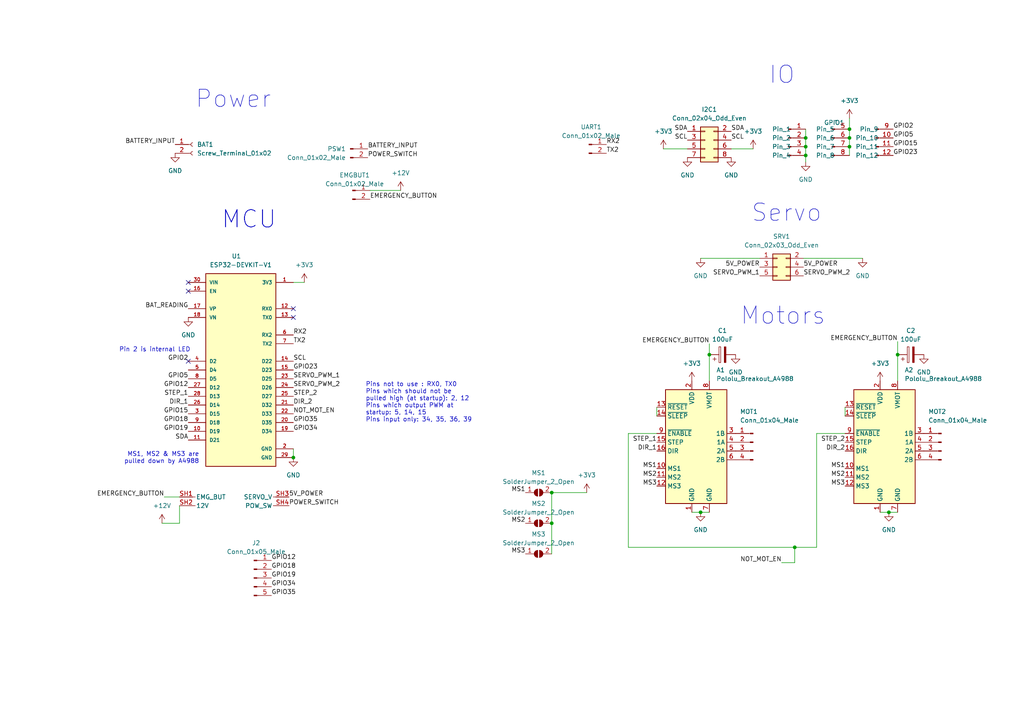
<source format=kicad_sch>
(kicad_sch (version 20230121) (generator eeschema)
  (paper "A4")
  (title_block (comment 1 "First version of stepper PAMI board (2023-10)"))
  (lib_symbols
    (symbol "Connector:Conn_01x02_Female" (pin_names (offset 1.016) hide)
      (property "Reference" "J" (at 0 2.54 0))
      (property "Value" "Conn_01x02_Female" (at 0 -5.08 0))
      (symbol "Conn_01x02_Female_1_1"
        (arc (start 0 -2.032) (mid -0.5058 -2.54) (end 0 -3.048) (stroke (width 0.1524)))
        (polyline (pts (xy -1.27 -2.54) (xy -0.508 -2.54)) (stroke (width 0.1524)))
        (polyline (pts (xy -1.27 0) (xy -0.508 0)) (stroke (width 0.1524)))
        (arc (start 0 0.508) (mid -0.5058 0) (end 0 -0.508) (stroke (width 0.1524)))
        (pin passive line (at -5.08 0 0) (length 3.81) (name "Pin_1") (number "1"))
        (pin passive line (at -5.08 -2.54 0) (length 3.81) (name "Pin_2") (number "2"))
      )
    )
    (symbol "Connector:Conn_01x02_Male" (pin_names (offset 1.016) hide)
      (property "Reference" "J" (at 0 2.54 0))
      (property "Value" "Conn_01x02_Male" (at 0 -5.08 0))
      (symbol "Conn_01x02_Male_1_1"
        (polyline (pts (xy 1.27 -2.54) (xy 0.8636 -2.54)) (stroke (width 0.1524)))
        (polyline (pts (xy 1.27 0) (xy 0.8636 0)) (stroke (width 0.1524)))
        (rectangle (start 0.8636 -2.413) (end 0 -2.667) (stroke (width 0.1524)) (fill (type outline)))
        (rectangle (start 0.8636 0.127) (end 0 -0.127) (stroke (width 0.1524)) (fill (type outline)))
        (pin passive line (at 5.08 0 180) (length 3.81) (name "Pin_1") (number "1"))
        (pin passive line (at 5.08 -2.54 180) (length 3.81) (name "Pin_2") (number "2"))
      )
    )
    (symbol "Connector:Conn_01x04_Male" (pin_names (offset 1.016) hide)
      (property "Reference" "J" (at 0 5.08 0))
      (property "Value" "Conn_01x04_Male" (at 0 -7.62 0))
      (symbol "Conn_01x04_Male_1_1"
        (polyline (pts (xy 1.27 -5.08) (xy 0.8636 -5.08)) (stroke (width 0.1524)))
        (polyline (pts (xy 1.27 -2.54) (xy 0.8636 -2.54)) (stroke (width 0.1524)))
        (polyline (pts (xy 1.27 0) (xy 0.8636 0)) (stroke (width 0.1524)))
        (polyline (pts (xy 1.27 2.54) (xy 0.8636 2.54)) (stroke (width 0.1524)))
        (rectangle (start 0.8636 -4.953) (end 0 -5.207) (stroke (width 0.1524)) (fill (type outline)))
        (rectangle (start 0.8636 -2.413) (end 0 -2.667) (stroke (width 0.1524)) (fill (type outline)))
        (rectangle (start 0.8636 0.127) (end 0 -0.127) (stroke (width 0.1524)) (fill (type outline)))
        (rectangle (start 0.8636 2.667) (end 0 2.413) (stroke (width 0.1524)) (fill (type outline)))
        (pin passive line (at 5.08 2.54 180) (length 3.81) (name "Pin_1") (number "1"))
        (pin passive line (at 5.08 0 180) (length 3.81) (name "Pin_2") (number "2"))
        (pin passive line (at 5.08 -2.54 180) (length 3.81) (name "Pin_3") (number "3"))
        (pin passive line (at 5.08 -5.08 180) (length 3.81) (name "Pin_4") (number "4"))
      )
    )
    (symbol "Connector:Conn_01x05_Male" (pin_names (offset 1.016) hide)
      (property "Reference" "J" (at 0 7.62 0))
      (property "Value" "Conn_01x05_Male" (at 0 -7.62 0))
      (symbol "Conn_01x05_Male_1_1"
        (polyline (pts (xy 1.27 -5.08) (xy 0.8636 -5.08)) (stroke (width 0.1524)))
        (polyline (pts (xy 1.27 -2.54) (xy 0.8636 -2.54)) (stroke (width 0.1524)))
        (polyline (pts (xy 1.27 0) (xy 0.8636 0)) (stroke (width 0.1524)))
        (polyline (pts (xy 1.27 2.54) (xy 0.8636 2.54)) (stroke (width 0.1524)))
        (polyline (pts (xy 1.27 5.08) (xy 0.8636 5.08)) (stroke (width 0.1524)))
        (rectangle (start 0.8636 -4.953) (end 0 -5.207) (stroke (width 0.1524)) (fill (type outline)))
        (rectangle (start 0.8636 -2.413) (end 0 -2.667) (stroke (width 0.1524)) (fill (type outline)))
        (rectangle (start 0.8636 0.127) (end 0 -0.127) (stroke (width 0.1524)) (fill (type outline)))
        (rectangle (start 0.8636 2.667) (end 0 2.413) (stroke (width 0.1524)) (fill (type outline)))
        (rectangle (start 0.8636 5.207) (end 0 4.953) (stroke (width 0.1524)) (fill (type outline)))
        (pin passive line (at 5.08 5.08 180) (length 3.81) (name "Pin_1") (number "1"))
        (pin passive line (at 5.08 2.54 180) (length 3.81) (name "Pin_2") (number "2"))
        (pin passive line (at 5.08 0 180) (length 3.81) (name "Pin_3") (number "3"))
        (pin passive line (at 5.08 -2.54 180) (length 3.81) (name "Pin_4") (number "4"))
        (pin passive line (at 5.08 -5.08 180) (length 3.81) (name "Pin_5") (number "5"))
      )
    )
    (symbol "Connector_Generic:Conn_02x03_Odd_Even" (pin_names (offset 1.016) hide)
      (property "Reference" "J" (at 1.27 5.08 0))
      (property "Value" "Conn_02x03_Odd_Even" (at 1.27 -5.08 0))
      (symbol "Conn_02x03_Odd_Even_1_1"
        (rectangle (start -1.27 -2.413) (end 0 -2.667) (stroke (width 0.1524)))
        (rectangle (start -1.27 0.127) (end 0 -0.127) (stroke (width 0.1524)))
        (rectangle (start -1.27 2.667) (end 0 2.413) (stroke (width 0.1524)))
        (rectangle (start -1.27 3.81) (end 3.81 -3.81) (stroke (width 0.254)) (fill (type background)))
        (rectangle (start 3.81 -2.413) (end 2.54 -2.667) (stroke (width 0.1524)))
        (rectangle (start 3.81 0.127) (end 2.54 -0.127) (stroke (width 0.1524)))
        (rectangle (start 3.81 2.667) (end 2.54 2.413) (stroke (width 0.1524)))
        (pin passive line (at -5.08 2.54 0) (length 3.81) (name "Pin_1") (number "1"))
        (pin passive line (at 7.62 2.54 180) (length 3.81) (name "Pin_2") (number "2"))
        (pin passive line (at -5.08 0 0) (length 3.81) (name "Pin_3") (number "3"))
        (pin passive line (at 7.62 0 180) (length 3.81) (name "Pin_4") (number "4"))
        (pin passive line (at -5.08 -2.54 0) (length 3.81) (name "Pin_5") (number "5"))
        (pin passive line (at 7.62 -2.54 180) (length 3.81) (name "Pin_6") (number "6"))
      )
    )
    (symbol "Connector_Generic:Conn_02x04_Odd_Even" (pin_names (offset 1.016) hide)
      (property "Reference" "J" (at 1.27 5.08 0))
      (property "Value" "Conn_02x04_Odd_Even" (at 1.27 -7.62 0))
      (symbol "Conn_02x04_Odd_Even_1_1"
        (rectangle (start -1.27 -4.953) (end 0 -5.207) (stroke (width 0.1524)))
        (rectangle (start -1.27 -2.413) (end 0 -2.667) (stroke (width 0.1524)))
        (rectangle (start -1.27 0.127) (end 0 -0.127) (stroke (width 0.1524)))
        (rectangle (start -1.27 2.667) (end 0 2.413) (stroke (width 0.1524)))
        (rectangle (start -1.27 3.81) (end 3.81 -6.35) (stroke (width 0.254)) (fill (type background)))
        (rectangle (start 3.81 -4.953) (end 2.54 -5.207) (stroke (width 0.1524)))
        (rectangle (start 3.81 -2.413) (end 2.54 -2.667) (stroke (width 0.1524)))
        (rectangle (start 3.81 0.127) (end 2.54 -0.127) (stroke (width 0.1524)))
        (rectangle (start 3.81 2.667) (end 2.54 2.413) (stroke (width 0.1524)))
        (pin passive line (at -5.08 2.54 0) (length 3.81) (name "Pin_1") (number "1"))
        (pin passive line (at 7.62 2.54 180) (length 3.81) (name "Pin_2") (number "2"))
        (pin passive line (at -5.08 0 0) (length 3.81) (name "Pin_3") (number "3"))
        (pin passive line (at 7.62 0 180) (length 3.81) (name "Pin_4") (number "4"))
        (pin passive line (at -5.08 -2.54 0) (length 3.81) (name "Pin_5") (number "5"))
        (pin passive line (at 7.62 -2.54 180) (length 3.81) (name "Pin_6") (number "6"))
        (pin passive line (at -5.08 -5.08 0) (length 3.81) (name "Pin_7") (number "7"))
        (pin passive line (at 7.62 -5.08 180) (length 3.81) (name "Pin_8") (number "8"))
      )
    )
    (symbol "Device:C_Polarized" (pin_numbers hide) (pin_names (offset 0.254))
      (property "Reference" "C" (at 0.635 2.54 0))
      (property "Value" "C_Polarized" (at 0.635 -2.54 0))
      (symbol "C_Polarized_0_1"
        (rectangle (start -2.286 0.508) (end 2.286 1.016))
        (polyline (pts (xy -1.778 2.286) (xy -0.762 2.286)))
        (polyline (pts (xy -1.27 2.794) (xy -1.27 1.778)))
        (rectangle (start 2.286 -0.508) (end -2.286 -1.016) (fill (type outline)))
      )
      (symbol "C_Polarized_1_1"
        (pin passive line (at 0 3.81 270) (length 2.794) (name "~") (number "1"))
        (pin passive line (at 0 -3.81 90) (length 2.794) (name "~") (number "2"))
      )
    )
    (symbol "Driver_Motor:Pololu_Breakout_A4988"
      (property "Reference" "A" (at -2.54 19.05 0))
      (property "Value" "Pololu_Breakout_A4988" (at -2.54 16.51 0))
      (symbol "Pololu_Breakout_A4988_0_1"
        (rectangle (start 10.16 -17.78) (end -7.62 15.24) (stroke (width 0.254)) (fill (type background)))
      )
      (symbol "Pololu_Breakout_A4988_1_1"
        (pin power_in line (at 0 -20.32 90) (length 2.54) (name "GND") (number "1"))
        (pin input line (at -10.16 -7.62 0) (length 2.54) (name "MS1") (number "10"))
        (pin input line (at -10.16 -10.16 0) (length 2.54) (name "MS2") (number "11"))
        (pin input line (at -10.16 -12.7 0) (length 2.54) (name "MS3") (number "12"))
        (pin input line (at -10.16 10.16 0) (length 2.54) (name "~{RESET}") (number "13"))
        (pin input line (at -10.16 7.62 0) (length 2.54) (name "~{SLEEP}") (number "14"))
        (pin input line (at -10.16 0 0) (length 2.54) (name "STEP") (number "15"))
        (pin input line (at -10.16 -2.54 0) (length 2.54) (name "DIR") (number "16"))
        (pin power_in line (at 0 17.78 270) (length 2.54) (name "VDD") (number "2"))
        (pin output line (at 12.7 2.54 180) (length 2.54) (name "1B") (number "3"))
        (pin output line (at 12.7 0 180) (length 2.54) (name "1A") (number "4"))
        (pin output line (at 12.7 -2.54 180) (length 2.54) (name "2A") (number "5"))
        (pin output line (at 12.7 -5.08 180) (length 2.54) (name "2B") (number "6"))
        (pin power_in line (at 5.08 -20.32 90) (length 2.54) (name "GND") (number "7"))
        (pin power_in line (at 5.08 17.78 270) (length 2.54) (name "VMOT") (number "8"))
        (pin input line (at -10.16 2.54 0) (length 2.54) (name "~{ENABLE}") (number "9"))
      )
    )
    (symbol "Jumper:SolderJumper_2_Open" (pin_names (offset 0) hide)
      (property "Reference" "JP" (at 0 2.032 0))
      (property "Value" "SolderJumper_2_Open" (at 0 -2.54 0))
      (symbol "SolderJumper_2_Open_0_1"
        (arc (start -0.254 1.016) (mid -1.2656 0) (end -0.254 -1.016))
        (arc (start -0.254 1.016) (mid -1.2656 0) (end -0.254 -1.016) (fill (type outline)))
        (polyline (pts (xy -0.254 1.016) (xy -0.254 -1.016)))
        (polyline (pts (xy 0.254 1.016) (xy 0.254 -1.016)))
        (arc (start 0.254 -1.016) (mid 1.2656 0) (end 0.254 1.016))
        (arc (start 0.254 -1.016) (mid 1.2656 0) (end 0.254 1.016) (fill (type outline)))
      )
      (symbol "SolderJumper_2_Open_1_1"
        (pin passive line (at -3.81 0 0) (length 2.54) (name "A") (number "1"))
        (pin passive line (at 3.81 0 180) (length 2.54) (name "B") (number "2"))
      )
    )
    (symbol "MiAM_ESP32:Conn_03x04_Male"
      (property "Reference" "J" (at 0 0 0))
      (symbol "Conn_03x04_Male_1_1"
        (rectangle (start -13.1064 -10.033) (end -13.97 -10.287) (stroke (width 0.1524)) (fill (type outline)))
        (rectangle (start -13.1064 -7.493) (end -13.97 -7.747) (stroke (width 0.1524)) (fill (type outline)))
        (rectangle (start -13.1064 -4.953) (end -13.97 -5.207) (stroke (width 0.1524)) (fill (type outline)))
        (rectangle (start -13.1064 -2.413) (end -13.97 -2.667) (stroke (width 0.1524)) (fill (type outline)))
        (rectangle (start -0.4064 -10.033) (end -1.27 -10.287) (stroke (width 0.1524)) (fill (type outline)))
        (rectangle (start -0.4064 -7.493) (end -1.27 -7.747) (stroke (width 0.1524)) (fill (type outline)))
        (rectangle (start -0.4064 -4.953) (end -1.27 -5.207) (stroke (width 0.1524)) (fill (type outline)))
        (rectangle (start -0.4064 -2.413) (end -1.27 -2.667) (stroke (width 0.1524)) (fill (type outline)))
        (polyline (pts (xy -12.7 -10.16) (xy -13.1064 -10.16)) (stroke (width 0.1524)))
        (polyline (pts (xy -12.7 -7.62) (xy -13.1064 -7.62)) (stroke (width 0.1524)))
        (polyline (pts (xy -12.7 -5.08) (xy -13.1064 -5.08)) (stroke (width 0.1524)))
        (polyline (pts (xy -12.7 -2.54) (xy -13.1064 -2.54)) (stroke (width 0.1524)))
        (polyline (pts (xy 0 -10.16) (xy -0.4064 -10.16)) (stroke (width 0.1524)))
        (polyline (pts (xy 0 -7.62) (xy -0.4064 -7.62)) (stroke (width 0.1524)))
        (polyline (pts (xy 0 -5.08) (xy -0.4064 -5.08)) (stroke (width 0.1524)))
        (polyline (pts (xy 0 -2.54) (xy -0.4064 -2.54)) (stroke (width 0.1524)))
        (polyline (pts (xy 12.7 -10.16) (xy 12.2936 -10.16)) (stroke (width 0.1524)))
        (polyline (pts (xy 12.7 -7.62) (xy 12.2936 -7.62)) (stroke (width 0.1524)))
        (polyline (pts (xy 12.7 -5.08) (xy 12.2936 -5.08)) (stroke (width 0.1524)))
        (polyline (pts (xy 12.7 -2.54) (xy 12.2936 -2.54)) (stroke (width 0.1524)))
        (rectangle (start 12.2936 -10.033) (end 11.43 -10.287) (stroke (width 0.1524)) (fill (type outline)))
        (rectangle (start 12.2936 -7.493) (end 11.43 -7.747) (stroke (width 0.1524)) (fill (type outline)))
        (rectangle (start 12.2936 -4.953) (end 11.43 -5.207) (stroke (width 0.1524)) (fill (type outline)))
        (rectangle (start 12.2936 -2.413) (end 11.43 -2.667) (stroke (width 0.1524)) (fill (type outline)))
        (pin passive line (at -8.89 -2.54 180) (length 3.81) (name "Pin_1") (number "1"))
        (pin passive line (at 16.51 -5.08 180) (length 3.81) (name "Pin_10") (number "10"))
        (pin passive line (at 16.51 -7.62 180) (length 3.81) (name "Pin_11") (number "11"))
        (pin passive line (at 16.51 -10.16 180) (length 3.81) (name "Pin_12") (number "12"))
        (pin passive line (at -8.89 -5.08 180) (length 3.81) (name "Pin_2") (number "2"))
        (pin passive line (at -8.89 -7.62 180) (length 3.81) (name "Pin_3") (number "3"))
        (pin passive line (at -8.89 -10.16 180) (length 3.81) (name "Pin_4") (number "4"))
        (pin passive line (at 3.81 -2.54 180) (length 3.81) (name "Pin_5") (number "5"))
        (pin passive line (at 3.81 -5.08 180) (length 3.81) (name "Pin_6") (number "6"))
        (pin passive line (at 3.81 -7.62 180) (length 3.81) (name "Pin_7") (number "7"))
        (pin passive line (at 3.81 -10.16 180) (length 3.81) (name "Pin_8") (number "8"))
        (pin passive line (at 16.51 -2.54 180) (length 3.81) (name "Pin_9") (number "9"))
      )
    )
    (symbol "MiAM_ESP32:ESP32-DEVKIT-V1-ShieldPattern" (pin_names (offset 1.016))
      (property "Reference" "U" (at -10.16 30.48 0))
      (property "Value" "ESP32-DEVKIT-V1" (at -10.16 -30.48 0))
      (symbol "ESP32-DEVKIT-V1-ShieldPattern_0_0"
        (rectangle (start -10.16 -27.94) (end 10.16 27.94) (stroke (width 0.254)) (fill (type background)))
        (pin output line (at 15.24 25.4 180) (length 5.08) (name "3V3") (number "1"))
        (pin bidirectional line (at -15.24 -17.78 0) (length 5.08) (name "D19") (number "10"))
        (pin bidirectional line (at -15.24 -20.32 0) (length 5.08) (name "D21") (number "11"))
        (pin input line (at 15.24 17.78 180) (length 5.08) (name "RX0") (number "12"))
        (pin output line (at 15.24 15.24 180) (length 5.08) (name "TX0") (number "13"))
        (pin bidirectional line (at 15.24 2.54 180) (length 5.08) (name "D22") (number "14"))
        (pin bidirectional line (at 15.24 0 180) (length 5.08) (name "D23") (number "15"))
        (pin input line (at -15.24 22.86 0) (length 5.08) (name "EN") (number "16"))
        (pin bidirectional line (at -15.24 17.78 0) (length 5.08) (name "VP") (number "17"))
        (pin bidirectional line (at -15.24 15.24 0) (length 5.08) (name "VN") (number "18"))
        (pin bidirectional line (at 15.24 -17.78 180) (length 5.08) (name "D34") (number "19"))
        (pin power_in line (at 15.24 -22.86 180) (length 5.08) (name "GND") (number "2"))
        (pin bidirectional line (at 15.24 -15.24 180) (length 5.08) (name "D35") (number "20"))
        (pin bidirectional line (at 15.24 -10.16 180) (length 5.08) (name "D32") (number "21"))
        (pin bidirectional line (at 15.24 -12.7 180) (length 5.08) (name "D33") (number "22"))
        (pin bidirectional line (at 15.24 -2.54 180) (length 5.08) (name "D25") (number "23"))
        (pin bidirectional line (at 15.24 -5.08 180) (length 5.08) (name "D26") (number "24"))
        (pin bidirectional line (at 15.24 -7.62 180) (length 5.08) (name "D27") (number "25"))
        (pin bidirectional line (at -15.24 -10.16 0) (length 5.08) (name "D14") (number "26"))
        (pin bidirectional line (at -15.24 -5.08 0) (length 5.08) (name "D12") (number "27"))
        (pin bidirectional line (at -15.24 -7.62 0) (length 5.08) (name "D13") (number "28"))
        (pin power_in line (at 15.24 -25.4 180) (length 5.08) (name "GND") (number "29"))
        (pin bidirectional line (at -15.24 -12.7 0) (length 5.08) (name "D15") (number "3"))
        (pin input line (at -15.24 25.4 0) (length 5.08) (name "VIN") (number "30"))
        (pin bidirectional line (at -15.24 2.54 0) (length 5.08) (name "D2") (number "4"))
        (pin bidirectional line (at -15.24 0 0) (length 5.08) (name "D4") (number "5"))
        (pin input line (at 15.24 10.16 180) (length 5.08) (name "RX2") (number "6"))
        (pin output line (at 15.24 7.62 180) (length 5.08) (name "TX2") (number "7"))
        (pin bidirectional line (at -15.24 -2.54 0) (length 5.08) (name "D5") (number "8"))
        (pin bidirectional line (at -15.24 -15.24 0) (length 5.08) (name "D18") (number "9"))
      )
      (symbol "ESP32-DEVKIT-V1-ShieldPattern_1_1"
        (polyline (pts (xy -13.97 -39.37) (xy -13.208 -39.37)) (stroke (width 0.1524)))
        (polyline (pts (xy -13.97 -36.83) (xy -13.208 -36.83)) (stroke (width 0.1524)))
        (polyline (pts (xy 10.16 -39.37) (xy 9.398 -39.37)) (stroke (width 0.1524)))
        (polyline (pts (xy 10.16 -36.83) (xy 9.398 -36.83)) (stroke (width 0.1524)))
        (pin passive line (at -17.78 -36.83 0) (length 3.81) (name "EMG_BUT") (number "SH1"))
        (pin passive line (at -17.78 -39.37 0) (length 3.81) (name "12V") (number "SH2"))
        (pin passive line (at 13.97 -36.83 180) (length 3.81) (name "SERVO_V") (number "SH3"))
        (pin passive line (at 13.97 -39.37 180) (length 3.81) (name "POW_SW") (number "SH4"))
      )
    )
    (symbol "power:+12V" (power) (pin_names (offset 0))
      (property "Value" "+12V" (at 0 3.556 0))
      (symbol "+12V_0_1"
        (polyline (pts (xy -0.762 1.27) (xy 0 2.54)))
        (polyline (pts (xy 0 0) (xy 0 2.54)))
        (polyline (pts (xy 0 2.54) (xy 0.762 1.27)))
      )
      (symbol "+12V_1_1"
        (pin power_in line (at 0 0 90) (length 0) hide (name "+12V") (number "1"))
      )
    )
    (symbol "power:+3V3" (power) (pin_names (offset 0))
      (property "Value" "+3V3" (at 0 3.556 0))
      (symbol "+3V3_0_1"
        (polyline (pts (xy -0.762 1.27) (xy 0 2.54)))
        (polyline (pts (xy 0 0) (xy 0 2.54)))
        (polyline (pts (xy 0 2.54) (xy 0.762 1.27)))
      )
      (symbol "+3V3_1_1"
        (pin power_in line (at 0 0 90) (length 0) hide (name "+3V3") (number "1"))
      )
    )
    (symbol "power:GND" (power) (pin_names (offset 0))
      (property "Value" "GND" (at 0 -3.81 0))
      (symbol "GND_0_1"
        (polyline (pts (xy 0 0) (xy 0 -1.27) (xy 1.27 -1.27) (xy 0 -2.54) (xy -1.27 -1.27) (xy 0 -1.27)))
      )
      (symbol "GND_1_1"
        (pin power_in line (at 0 0 270) (length 0) hide (name "GND") (number "1"))
      )
    )
  )
  (junction (at 246.38 40.005))
  (junction (at 260.35 102.87))
  (junction (at 85.09 132.715))
  (junction (at 233.68 40.005))
  (junction (at 233.68 45.085))
  (junction (at 203.2 148.59))
  (junction (at 246.38 42.545))
  (junction (at 160.02 142.875))
  (junction (at 257.81 148.59))
  (junction (at 160.02 151.765))
  (junction (at 230.505 158.75))
  (junction (at 205.74 102.87))
  (junction (at 246.38 37.465))
  (junction (at 233.68 42.545))
  (no_connect (at 54.61 104.775))
  (no_connect (at 54.61 84.455))
  (no_connect (at 85.09 89.535))
  (no_connect (at 85.09 92.075))
  (no_connect (at 54.61 81.915))
  (wire (pts (xy 52.07 146.685) (xy 52.07 151.765)))
  (wire (pts (xy 246.38 40.005) (xy 246.38 42.545)))
  (wire (pts (xy 203.2 148.59) (xy 205.74 148.59)))
  (wire (pts (xy 47.625 144.145) (xy 52.07 144.145)))
  (wire (pts (xy 260.35 102.87) (xy 260.35 110.49)))
  (wire (pts (xy 212.09 43.18) (xy 218.44 43.18)))
  (wire (pts (xy 192.405 43.18) (xy 199.39 43.18)))
  (wire (pts (xy 246.38 37.465) (xy 246.38 40.005)))
  (wire (pts (xy 182.245 125.73) (xy 182.245 158.75)))
  (wire (pts (xy 190.5 120.65) (xy 190.5 118.11)))
  (wire (pts (xy 52.07 151.765) (xy 46.99 151.765)))
  (wire (pts (xy 203.2 74.93) (xy 220.345 74.93)))
  (wire (pts (xy 233.68 40.005) (xy 233.68 42.545)))
  (wire (pts (xy 160.02 142.875) (xy 170.18 142.875)))
  (wire (pts (xy 245.11 120.65) (xy 245.11 118.11)))
  (wire (pts (xy 160.02 142.875) (xy 160.02 151.765)))
  (wire (pts (xy 160.02 151.765) (xy 160.02 160.655)))
  (wire (pts (xy 230.505 158.75) (xy 230.505 163.195)))
  (wire (pts (xy 226.695 163.195) (xy 230.505 163.195)))
  (wire (pts (xy 233.68 45.085) (xy 233.68 46.99)))
  (wire (pts (xy 85.09 130.175) (xy 85.09 132.715)))
  (wire (pts (xy 205.74 102.87) (xy 205.74 110.49)))
  (wire (pts (xy 236.855 158.75) (xy 230.505 158.75)))
  (wire (pts (xy 257.81 148.59) (xy 260.35 148.59)))
  (wire (pts (xy 190.5 125.73) (xy 182.245 125.73)))
  (wire (pts (xy 260.35 99.06) (xy 260.35 102.87)))
  (wire (pts (xy 205.74 99.695) (xy 205.74 102.87)))
  (wire (pts (xy 200.66 148.59) (xy 203.2 148.59)))
  (wire (pts (xy 233.68 37.465) (xy 233.68 40.005)))
  (wire (pts (xy 107.315 55.245) (xy 116.205 55.245)))
  (wire (pts (xy 85.09 81.915) (xy 88.265 81.915)))
  (wire (pts (xy 246.38 42.545) (xy 246.38 45.085)))
  (wire (pts (xy 233.045 74.93) (xy 250.19 74.93)))
  (wire (pts (xy 233.68 42.545) (xy 233.68 45.085)))
  (wire (pts (xy 245.11 125.73) (xy 236.855 125.73)))
  (wire (pts (xy 246.38 34.29) (xy 246.38 37.465)))
  (wire (pts (xy 255.27 148.59) (xy 257.81 148.59)))
  (wire (pts (xy 182.245 158.75) (xy 230.505 158.75)))
  (wire (pts (xy 236.855 125.73) (xy 236.855 158.75)))
  (text "MCU" (at 64.135 66.675 0) (effects (font (size 5 5)) (justify left bottom)))
  (text "Power" (at 56.515 31.75 0) (effects (font (size 5 5)) (justify left bottom)))
  (text "MCU" (at 64.135 66.675 0) (effects (font (size 5 5)) (justify left bottom)))
  (text "IO" (at 222.885 24.765 0) (effects (font (size 5 5)) (justify left bottom)))
  (text "Servo" (at 217.805 64.77 0) (effects (font (size 5 5)) (justify left bottom)))
  (text "MCU" (at 64.135 66.675 0) (effects (font (size 5 5)) (justify left bottom)))
  (text "Motors" (at 214.63 94.615 0) (effects (font (size 5 5)) (justify left bottom)))
  (text "Pins not to use : RX0, TX0\nPins which should not be \npulled high (at startup): 2, 12\nPins which output PWM at\nstartup: 5, 14, 15\nPins input only: 34, 35, 36, 39" (at 106.045 122.555 0) (effects (font (size 1.27 1.27)) (justify left bottom)))
  (text "MS1, MS2 & MS3 are\npulled down by A4988" (at 57.785 134.62 0) (effects (font (size 1.27 1.27)) (justify right bottom)))
  (text "Pin 2 is internal LED" (at 55.245 102.235 0) (effects (font (size 1.27 1.27)) (justify right bottom)))
  (label "TX2" (at 175.895 44.45 0))
  (label "GPIO5" (at 259.08 40.005 0))
  (label "BATTERY_INPUT" (at 50.8 41.91 180))
  (label "5V_POWER" (at 83.82 144.145 0))
  (label "POWER_SWITCH" (at 83.82 146.685 0))
  (label "BAT_READING" (at 54.61 89.535 180))
  (label "DIR_1" (at 54.61 117.475 180))
  (label "STEP_1" (at 190.5 128.27 180))
  (label "SDA" (at 199.39 38.1 180))
  (label "MS2" (at 190.5 138.43 180))
  (label "GPIO15" (at 259.08 42.545 0))
  (label "MS2" (at 245.11 138.43 180))
  (label "GPIO35" (at 78.74 172.72 0))
  (label "RX2" (at 85.09 97.155 0))
  (label "SERVO_PWM_1" (at 220.345 80.01 180))
  (label "SERVO_PWM_2" (at 233.045 80.01 0))
  (label "POWER_SWITCH" (at 106.68 45.72 0))
  (label "MS2" (at 152.4 151.765 180))
  (label "RX2" (at 175.895 41.91 0))
  (label "SCL" (at 85.09 104.775 0))
  (label "SERVO_PWM_1" (at 85.09 109.855 0))
  (label "DIR_1" (at 190.5 130.81 180))
  (label "EMERGENCY_BUTTON" (at 205.74 99.695 180))
  (label "GPIO2" (at 259.08 37.465 0))
  (label "5V_POWER" (at 220.345 77.47 180))
  (label "SERVO_PWM_2" (at 85.09 112.395 0))
  (label "GPIO23" (at 259.08 45.085 0))
  (label "MS1" (at 152.4 142.875 180))
  (label "SDA" (at 212.09 38.1 0))
  (label "MS3" (at 190.5 140.97 180))
  (label "MS3" (at 245.11 140.97 180))
  (label "EMERGENCY_BUTTON" (at 107.315 57.785 0))
  (label "MS3" (at 152.4 160.655 180))
  (label "GPIO18" (at 54.61 122.555 180))
  (label "GPIO15" (at 54.61 120.015 180))
  (label "NOT_MOT_EN" (at 85.09 120.015 0))
  (label "GPIO34" (at 85.09 125.095 0))
  (label "TX2" (at 85.09 99.695 0))
  (label "GPIO2" (at 54.61 104.775 180))
  (label "SCL" (at 212.09 40.64 0))
  (label "GPIO19" (at 54.61 125.095 180))
  (label "DIR_2" (at 245.11 130.81 180))
  (label "STEP_2" (at 245.11 128.27 180))
  (label "STEP_1" (at 54.61 114.935 180))
  (label "GPIO12" (at 78.74 162.56 0))
  (label "MS1" (at 190.5 135.89 180))
  (label "EMERGENCY_BUTTON" (at 47.625 144.145 180))
  (label "GPIO19" (at 78.74 167.64 0))
  (label "SDA" (at 54.61 127.635 180))
  (label "GPIO18" (at 78.74 165.1 0))
  (label "SCL" (at 199.39 40.64 180))
  (label "MS1" (at 245.11 135.89 180))
  (label "GPIO5" (at 54.61 109.855 180))
  (label "DIR_2" (at 85.09 117.475 0))
  (label "5V_POWER" (at 233.045 77.47 0))
  (label "BATTERY_INPUT" (at 106.68 43.18 0))
  (label "EMERGENCY_BUTTON" (at 260.35 99.06 180))
  (label "GPIO12" (at 54.61 112.395 180))
  (label "GPIO35" (at 85.09 122.555 0))
  (label "STEP_2" (at 85.09 114.935 0))
  (label "GPIO34" (at 78.74 170.18 0))
  (label "GPIO23" (at 85.09 107.315 0))
  (label "NOT_MOT_EN" (at 226.695 163.195 180))
  (symbol (lib_id "Driver_Motor:Pololu_Breakout_A4988") (at 255.27 128.27 0) (unit 1)
    (property "Reference" "A2" (at 262.3694 107.315 0) (effects (justify left)))
    (property "Value" "Pololu_Breakout_A4988" (at 262.3694 109.855 0) (effects (justify left)))
    (property "Footprint" "Module:Pololu_Breakout-16_15.2x20.3mm" (effects hide))
    (property "Datasheet" "https://www.pololu.com/product/2980/pictures" (effects hide))
  )
  (symbol (lib_id "power:+3V3") (at 192.405 43.18 0) (unit 1)
    (property "Reference" "#PWR03" (effects hide))
    (property "Value" "+3V3" (at 192.405 38.1 0))
  )
  (symbol (lib_id "power:+3V3") (at 246.38 34.29 0) (unit 1)
    (property "Reference" "#PWR017" (effects hide))
    (property "Value" "+3V3" (at 246.38 29.21 0))
  )
  (symbol (lib_id "power:GND") (at 54.61 92.075 0) (unit 1)
    (property "Reference" "#PWR07" (effects hide))
    (property "Value" "GND" (at 54.61 97.155 0))
  )
  (symbol (lib_id "power:GND") (at 203.2 74.93 0) (unit 1)
    (property "Reference" "#PWR019" (effects hide))
    (property "Value" "GND" (at 203.2 80.01 0))
  )
  (symbol (lib_id "Connector:Conn_01x04_Male") (at 218.44 128.27 0) (mirror y) (unit 1)
    (property "Reference" "MOT1" (at 214.63 119.38 0) (effects (justify right)))
    (property "Value" "Conn_01x04_Male" (at 214.63 121.92 0) (effects (justify right)))
    (property "Footprint" "Connector_PinHeader_2.54mm:PinHeader_1x04_P2.54mm_Vertical" (effects hide))
  )
  (symbol (lib_id "power:GND") (at 212.09 45.72 0) (unit 1)
    (property "Reference" "#PWR022" (effects hide))
    (property "Value" "GND" (at 212.09 50.8 0))
  )
  (symbol (lib_id "Connector:Conn_01x05_Male") (at 73.66 167.64 0) (unit 1)
    (property "Reference" "J2" (at 74.295 157.48 0))
    (property "Value" "Conn_01x05_Male" (at 74.295 160.02 0))
    (property "Footprint" "Connector_PinHeader_2.54mm:PinHeader_1x05_P2.54mm_Vertical" (effects hide))
  )
  (symbol (lib_id "Connector:Conn_01x02_Male") (at 102.235 55.245 0) (unit 1)
    (property "Reference" "EMGBUT1" (at 102.87 50.8 0))
    (property "Value" "Conn_01x02_Male" (at 102.87 53.34 0))
    (property "Footprint" "Connector_PinHeader_2.54mm:PinHeader_1x02_P2.54mm_Vertical" (effects hide))
  )
  (symbol (lib_id "power:+12V") (at 46.99 151.765 0) (unit 1)
    (property "Reference" "#PWR01" (effects hide))
    (property "Value" "+12V" (at 46.99 146.685 0))
  )
  (symbol (lib_id "power:+3V3") (at 255.27 110.49 0) (unit 1)
    (property "Reference" "#PWR030" (effects hide))
    (property "Value" "+3V3" (at 255.27 105.41 0))
  )
  (symbol (lib_id "power:GND") (at 203.2 148.59 0) (unit 1)
    (property "Reference" "#PWR027" (effects hide))
    (property "Value" "GND" (at 203.2 153.67 0))
  )
  (symbol (lib_id "power:GND") (at 267.97 102.87 0) (unit 1)
    (property "Reference" "#PWR032" (effects hide))
    (property "Value" "GND" (at 267.97 107.95 0))
  )
  (symbol (lib_id "Connector_Generic:Conn_02x03_Odd_Even") (at 225.425 77.47 0) (unit 1)
    (property "Reference" "SRV1" (at 226.695 68.58 0))
    (property "Value" "Conn_02x03_Odd_Even" (at 226.695 71.12 0))
    (property "Footprint" "Connector_PinHeader_2.54mm:PinHeader_2x03_P2.54mm_Vertical" (effects hide))
  )
  (symbol (lib_id "power:+3V3") (at 218.44 43.18 0) (unit 1)
    (property "Reference" "#PWR02" (effects hide))
    (property "Value" "+3V3" (at 218.44 38.1 0))
  )
  (symbol (lib_id "power:+12V") (at 116.205 55.245 0) (unit 1)
    (property "Reference" "#PWR018" (effects hide))
    (property "Value" "+12V" (at 116.205 50.165 0))
  )
  (symbol (lib_id "MiAM_ESP32:ESP32-DEVKIT-V1-ShieldPattern") (at 69.85 107.315 0) (unit 1)
    (property "Reference" "U1" (at 68.58 74.295 0))
    (property "Value" "ESP32-DEVKIT-V1" (at 69.85 76.835 0))
    (property "Footprint" "MiAM_ESP32_Footprints:ESP32_ShieldPattern" (effects hide))
    (property "PARTREV" "N/A" (effects hide))
    (property "STANDARD" "Manufacturer Recommendations" (effects hide))
    (property "MAXIMUM_PACKAGE_HEIGHT" "6.8 mm" (effects hide))
    (property "MANUFACTURER" "DOIT" (effects hide))
  )
  (symbol (lib_id "MiAM_ESP32:Conn_03x04_Male") (at 242.57 34.925 0) (unit 1)
    (property "Reference" "GPIO1" (at 241.935 35.56 0))
    (property "Value" "~" (at 242.57 34.925 0))
    (property "Footprint" "MiAM_ESP32_Footprints:PinHeader_3x4_P2.54mm_Vertical" (effects hide))
  )
  (symbol (lib_id "power:GND") (at 199.39 45.72 0) (unit 1)
    (property "Reference" "#PWR021" (effects hide))
    (property "Value" "GND" (at 199.39 50.8 0))
  )
  (symbol (lib_id "power:+3V3") (at 170.18 142.875 0) (unit 1)
    (property "Reference" "#PWR04" (effects hide))
    (property "Value" "+3V3" (at 170.18 137.795 0))
  )
  (symbol (lib_id "Connector:Conn_01x02_Female") (at 55.88 41.91 0) (unit 1)
    (property "Reference" "BAT1" (at 57.15 41.91 0) (effects (justify left)))
    (property "Value" "Screw_Terminal_01x02" (at 57.15 44.45 0) (effects (justify left)))
    (property "Footprint" "Connector_JST:JST_PH_B2B-PH-K_1x02_P2.00mm_Vertical" (effects hide))
  )
  (symbol (lib_id "Driver_Motor:Pololu_Breakout_A4988") (at 200.66 128.27 0) (unit 1)
    (property "Reference" "A1" (at 207.7594 107.315 0) (effects (justify left)))
    (property "Value" "Pololu_Breakout_A4988" (at 207.7594 109.855 0) (effects (justify left)))
    (property "Footprint" "Module:Pololu_Breakout-16_15.2x20.3mm" (effects hide))
    (property "Datasheet" "https://www.pololu.com/product/2980/pictures" (effects hide))
  )
  (symbol (lib_id "Connector:Conn_01x02_Male") (at 170.815 41.91 0) (unit 1)
    (property "Reference" "UART1" (at 171.45 36.83 0))
    (property "Value" "Conn_01x02_Male" (at 171.45 39.37 0))
    (property "Footprint" "Connector_PinHeader_2.54mm:PinHeader_1x02_P2.54mm_Vertical" (effects hide))
  )
  (symbol (lib_id "power:+3V3") (at 200.66 110.49 0) (unit 1)
    (property "Reference" "#PWR026" (effects hide))
    (property "Value" "+3V3" (at 200.66 105.41 0))
  )
  (symbol (lib_id "Jumper:SolderJumper_2_Open") (at 156.21 142.875 0) (unit 1)
    (property "Reference" "MS1" (at 156.21 137.16 0))
    (property "Value" "SolderJumper_2_Open" (at 156.21 139.7 0))
    (property "Footprint" "Jumper:SolderJumper-2_P1.3mm_Open_RoundedPad1.0x1.5mm" (effects hide))
  )
  (symbol (lib_id "Jumper:SolderJumper_2_Open") (at 156.21 160.655 0) (unit 1)
    (property "Reference" "MS3" (at 156.21 154.94 0))
    (property "Value" "SolderJumper_2_Open" (at 156.21 157.48 0))
    (property "Footprint" "Jumper:SolderJumper-2_P1.3mm_Open_RoundedPad1.0x1.5mm" (effects hide))
  )
  (symbol (lib_id "power:+3V3") (at 88.265 81.915 0) (unit 1)
    (property "Reference" "#PWR023" (effects hide))
    (property "Value" "+3V3" (at 88.265 76.835 0))
  )
  (symbol (lib_id "power:GND") (at 213.36 102.87 0) (unit 1)
    (property "Reference" "#PWR028" (effects hide))
    (property "Value" "GND" (at 213.36 107.95 0))
  )
  (symbol (lib_id "power:GND") (at 85.09 132.715 0) (unit 1)
    (property "Reference" "#PWR08" (effects hide))
    (property "Value" "GND" (at 85.09 137.795 0))
  )
  (symbol (lib_id "Connector_Generic:Conn_02x04_Odd_Even") (at 204.47 40.64 0) (unit 1)
    (property "Reference" "I2C1" (at 205.74 31.75 0))
    (property "Value" "Conn_02x04_Odd_Even" (at 205.74 34.29 0))
    (property "Footprint" "Connector_PinHeader_2.54mm:PinHeader_2x04_P2.54mm_Vertical" (effects hide))
  )
  (symbol (lib_id "Connector:Conn_01x02_Male") (at 101.6 43.18 0) (unit 1)
    (property "Reference" "PSW1" (at 100.33 43.1799 0) (effects (justify right)))
    (property "Value" "Conn_01x02_Male" (at 100.33 45.7199 0) (effects (justify right)))
    (property "Footprint" "Connector_PinHeader_2.54mm:PinHeader_1x02_P2.54mm_Vertical" (effects hide))
  )
  (symbol (lib_id "Connector:Conn_01x04_Male") (at 273.05 128.27 0) (mirror y) (unit 1)
    (property "Reference" "MOT2" (at 269.24 119.38 0) (effects (justify right)))
    (property "Value" "Conn_01x04_Male" (at 269.24 121.92 0) (effects (justify right)))
    (property "Footprint" "Connector_PinHeader_2.54mm:PinHeader_1x04_P2.54mm_Vertical" (effects hide))
  )
  (symbol (lib_id "Jumper:SolderJumper_2_Open") (at 156.21 151.765 0) (unit 1)
    (property "Reference" "MS2" (at 156.21 146.05 0))
    (property "Value" "SolderJumper_2_Open" (at 156.21 148.59 0))
    (property "Footprint" "Jumper:SolderJumper-2_P1.3mm_Open_RoundedPad1.0x1.5mm" (effects hide))
  )
  (symbol (lib_id "power:GND") (at 233.68 46.99 0) (unit 1)
    (property "Reference" "#PWR016" (effects hide))
    (property "Value" "GND" (at 233.68 52.07 0))
  )
  (symbol (lib_id "power:GND") (at 250.19 74.93 0) (unit 1)
    (property "Reference" "#PWR020" (effects hide))
    (property "Value" "GND" (at 250.19 80.01 0))
  )
  (symbol (lib_id "Device:C_Polarized") (at 209.55 102.87 90) (unit 1)
    (property "Reference" "C1" (at 209.55 95.885 90))
    (property "Value" "100uF" (at 209.55 98.425 90))
    (property "Footprint" "Capacitor_THT:CP_Radial_D4.0mm_P2.00mm" (effects hide))
  )
  (symbol (lib_id "power:GND") (at 257.81 148.59 0) (unit 1)
    (property "Reference" "#PWR031" (effects hide))
    (property "Value" "GND" (at 257.81 153.67 0))
  )
  (symbol (lib_id "power:GND") (at 50.8 44.45 0) (unit 1)
    (property "Reference" "#PWR015" (effects hide))
    (property "Value" "GND" (at 50.8 49.53 0))
  )
  (symbol (lib_id "Device:C_Polarized") (at 264.16 102.87 90) (unit 1)
    (property "Reference" "C2" (at 264.16 95.885 90))
    (property "Value" "100uF" (at 264.16 98.425 90))
    (property "Footprint" "Capacitor_THT:CP_Radial_D4.0mm_P2.00mm" (effects hide))
  )
)
</source>
